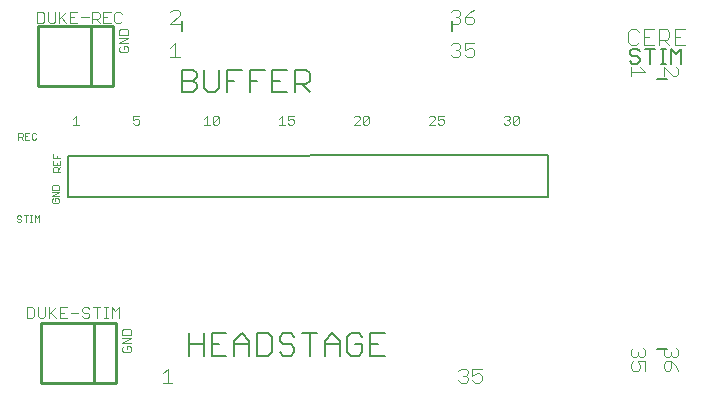
<source format=gto>
G75*
%MOIN*%
%OFA0B0*%
%FSLAX25Y25*%
%IPPOS*%
%LPD*%
%AMOC8*
5,1,8,0,0,1.08239X$1,22.5*
%
%ADD10C,0.00200*%
%ADD11C,0.00400*%
%ADD12C,0.00300*%
%ADD13C,0.01000*%
%ADD14C,0.00600*%
%ADD15C,0.00800*%
%ADD16C,0.00500*%
D10*
X0005865Y0060000D02*
X0005498Y0060367D01*
X0005865Y0060000D02*
X0006599Y0060000D01*
X0006966Y0060367D01*
X0006966Y0060734D01*
X0006599Y0061101D01*
X0005865Y0061101D01*
X0005498Y0061468D01*
X0005498Y0061835D01*
X0005865Y0062202D01*
X0006599Y0062202D01*
X0006966Y0061835D01*
X0007708Y0062202D02*
X0009176Y0062202D01*
X0008442Y0062202D02*
X0008442Y0060000D01*
X0009918Y0060000D02*
X0010652Y0060000D01*
X0010285Y0060000D02*
X0010285Y0062202D01*
X0009918Y0062202D02*
X0010652Y0062202D01*
X0011391Y0062202D02*
X0012125Y0061468D01*
X0012859Y0062202D01*
X0012859Y0060000D01*
X0011391Y0060000D02*
X0011391Y0062202D01*
X0017199Y0066767D02*
X0017566Y0066400D01*
X0019034Y0066400D01*
X0019401Y0066767D01*
X0019401Y0067501D01*
X0019034Y0067868D01*
X0018300Y0067868D01*
X0018300Y0067134D01*
X0017566Y0067868D02*
X0017199Y0067501D01*
X0017199Y0066767D01*
X0017199Y0068610D02*
X0019401Y0070078D01*
X0017199Y0070078D01*
X0017199Y0070820D02*
X0017199Y0071921D01*
X0017566Y0072288D01*
X0019034Y0072288D01*
X0019401Y0071921D01*
X0019401Y0070820D01*
X0017199Y0070820D01*
X0017199Y0068610D02*
X0019401Y0068610D01*
X0019067Y0076770D02*
X0019067Y0077871D01*
X0018700Y0078238D01*
X0017966Y0078238D01*
X0017599Y0077871D01*
X0017599Y0076770D01*
X0019801Y0076770D01*
X0019067Y0077504D02*
X0019801Y0078238D01*
X0019801Y0078980D02*
X0017599Y0078980D01*
X0017599Y0080448D01*
X0017599Y0081190D02*
X0017599Y0082658D01*
X0018700Y0081924D02*
X0018700Y0081190D01*
X0019801Y0081190D02*
X0017599Y0081190D01*
X0018700Y0079714D02*
X0018700Y0078980D01*
X0019801Y0078980D02*
X0019801Y0080448D01*
X0011859Y0087867D02*
X0011492Y0087500D01*
X0010758Y0087500D01*
X0010391Y0087867D01*
X0010391Y0089335D01*
X0010758Y0089702D01*
X0011492Y0089702D01*
X0011859Y0089335D01*
X0009649Y0089702D02*
X0008181Y0089702D01*
X0008181Y0087500D01*
X0009649Y0087500D01*
X0008915Y0088601D02*
X0008181Y0088601D01*
X0007439Y0088601D02*
X0007072Y0088234D01*
X0005971Y0088234D01*
X0005971Y0087500D02*
X0005971Y0089702D01*
X0007072Y0089702D01*
X0007439Y0089335D01*
X0007439Y0088601D01*
X0006705Y0088234D02*
X0007439Y0087500D01*
D11*
X0012201Y0126500D02*
X0014002Y0126500D01*
X0014603Y0127101D01*
X0014603Y0129503D01*
X0014002Y0130103D01*
X0012201Y0130103D01*
X0012201Y0126500D01*
X0015884Y0127101D02*
X0016484Y0126500D01*
X0017685Y0126500D01*
X0018286Y0127101D01*
X0018286Y0130103D01*
X0019567Y0130103D02*
X0019567Y0126500D01*
X0019567Y0127701D02*
X0021969Y0130103D01*
X0023250Y0130103D02*
X0023250Y0126500D01*
X0025652Y0126500D01*
X0024451Y0128302D02*
X0023250Y0128302D01*
X0023250Y0130103D02*
X0025652Y0130103D01*
X0026933Y0128302D02*
X0029335Y0128302D01*
X0030617Y0127701D02*
X0032418Y0127701D01*
X0033019Y0128302D01*
X0033019Y0129503D01*
X0032418Y0130103D01*
X0030617Y0130103D01*
X0030617Y0126500D01*
X0031818Y0127701D02*
X0033019Y0126500D01*
X0034300Y0126500D02*
X0036702Y0126500D01*
X0037983Y0127101D02*
X0038583Y0126500D01*
X0039784Y0126500D01*
X0040385Y0127101D01*
X0037983Y0127101D02*
X0037983Y0129503D01*
X0038583Y0130103D01*
X0039784Y0130103D01*
X0040385Y0129503D01*
X0036702Y0130103D02*
X0034300Y0130103D01*
X0034300Y0126500D01*
X0034300Y0128302D02*
X0035501Y0128302D01*
X0021969Y0126500D02*
X0020168Y0128302D01*
X0015884Y0127101D02*
X0015884Y0130103D01*
X0016146Y0031603D02*
X0016146Y0028000D01*
X0016146Y0029201D02*
X0018549Y0031603D01*
X0019830Y0031603D02*
X0019830Y0028000D01*
X0022232Y0028000D01*
X0021031Y0029802D02*
X0019830Y0029802D01*
X0018549Y0028000D02*
X0016747Y0029802D01*
X0014865Y0028601D02*
X0014265Y0028000D01*
X0013064Y0028000D01*
X0012463Y0028601D01*
X0012463Y0031603D01*
X0011182Y0031003D02*
X0010582Y0031603D01*
X0008780Y0031603D01*
X0008780Y0028000D01*
X0010582Y0028000D01*
X0011182Y0028601D01*
X0011182Y0031003D01*
X0014865Y0031603D02*
X0014865Y0028601D01*
X0019830Y0031603D02*
X0022232Y0031603D01*
X0023513Y0029802D02*
X0025915Y0029802D01*
X0027196Y0030402D02*
X0027796Y0029802D01*
X0028997Y0029802D01*
X0029598Y0029201D01*
X0029598Y0028601D01*
X0028997Y0028000D01*
X0027796Y0028000D01*
X0027196Y0028601D01*
X0027196Y0030402D02*
X0027196Y0031003D01*
X0027796Y0031603D01*
X0028997Y0031603D01*
X0029598Y0031003D01*
X0030879Y0031603D02*
X0033281Y0031603D01*
X0032080Y0031603D02*
X0032080Y0028000D01*
X0034562Y0028000D02*
X0035763Y0028000D01*
X0035163Y0028000D02*
X0035163Y0031603D01*
X0035763Y0031603D02*
X0034562Y0031603D01*
X0037018Y0031603D02*
X0038219Y0030402D01*
X0039420Y0031603D01*
X0039420Y0028000D01*
X0037018Y0028000D02*
X0037018Y0031603D01*
X0209201Y0119867D02*
X0210068Y0119000D01*
X0211803Y0119000D01*
X0212670Y0119867D01*
X0214357Y0119000D02*
X0217827Y0119000D01*
X0219514Y0119000D02*
X0219514Y0124204D01*
X0222116Y0124204D01*
X0222983Y0123337D01*
X0222983Y0121602D01*
X0222116Y0120735D01*
X0219514Y0120735D01*
X0221248Y0120735D02*
X0222983Y0119000D01*
X0224670Y0119000D02*
X0228140Y0119000D01*
X0226405Y0121602D02*
X0224670Y0121602D01*
X0224670Y0124204D02*
X0224670Y0119000D01*
X0224670Y0124204D02*
X0228140Y0124204D01*
X0217827Y0124204D02*
X0214357Y0124204D01*
X0214357Y0119000D01*
X0214357Y0121602D02*
X0216092Y0121602D01*
X0212670Y0123337D02*
X0211803Y0124204D01*
X0210068Y0124204D01*
X0209201Y0123337D01*
X0209201Y0119867D01*
D12*
X0210151Y0111650D02*
X0210151Y0108514D01*
X0210151Y0110082D02*
X0214855Y0110082D01*
X0213287Y0111650D01*
X0221151Y0111650D02*
X0221151Y0108514D01*
X0224287Y0108514D02*
X0225071Y0108514D01*
X0225855Y0109298D01*
X0225855Y0110866D01*
X0225071Y0111650D01*
X0224287Y0108514D02*
X0221151Y0111650D01*
X0172686Y0094869D02*
X0172686Y0092934D01*
X0172202Y0092450D01*
X0171235Y0092450D01*
X0170751Y0092934D01*
X0172686Y0094869D01*
X0172202Y0095352D01*
X0171235Y0095352D01*
X0170751Y0094869D01*
X0170751Y0092934D01*
X0169739Y0092934D02*
X0169256Y0092450D01*
X0168288Y0092450D01*
X0167804Y0092934D01*
X0168772Y0093901D02*
X0169256Y0093901D01*
X0169739Y0093417D01*
X0169739Y0092934D01*
X0169256Y0093901D02*
X0169739Y0094385D01*
X0169739Y0094869D01*
X0169256Y0095352D01*
X0168288Y0095352D01*
X0167804Y0094869D01*
X0147686Y0095352D02*
X0145751Y0095352D01*
X0145751Y0093901D01*
X0146718Y0094385D01*
X0147202Y0094385D01*
X0147686Y0093901D01*
X0147686Y0092934D01*
X0147202Y0092450D01*
X0146235Y0092450D01*
X0145751Y0092934D01*
X0144739Y0092450D02*
X0142804Y0092450D01*
X0144739Y0094385D01*
X0144739Y0094869D01*
X0144256Y0095352D01*
X0143288Y0095352D01*
X0142804Y0094869D01*
X0122686Y0094869D02*
X0122686Y0092934D01*
X0122202Y0092450D01*
X0121235Y0092450D01*
X0120751Y0092934D01*
X0122686Y0094869D01*
X0122202Y0095352D01*
X0121235Y0095352D01*
X0120751Y0094869D01*
X0120751Y0092934D01*
X0119739Y0092450D02*
X0117804Y0092450D01*
X0119739Y0094385D01*
X0119739Y0094869D01*
X0119256Y0095352D01*
X0118288Y0095352D01*
X0117804Y0094869D01*
X0097686Y0095352D02*
X0095751Y0095352D01*
X0095751Y0093901D01*
X0096718Y0094385D01*
X0097202Y0094385D01*
X0097686Y0093901D01*
X0097686Y0092934D01*
X0097202Y0092450D01*
X0096235Y0092450D01*
X0095751Y0092934D01*
X0094739Y0092450D02*
X0092804Y0092450D01*
X0093772Y0092450D02*
X0093772Y0095352D01*
X0092804Y0094385D01*
X0072686Y0094869D02*
X0072686Y0092934D01*
X0072202Y0092450D01*
X0071235Y0092450D01*
X0070751Y0092934D01*
X0072686Y0094869D01*
X0072202Y0095352D01*
X0071235Y0095352D01*
X0070751Y0094869D01*
X0070751Y0092934D01*
X0069739Y0092450D02*
X0067804Y0092450D01*
X0068772Y0092450D02*
X0068772Y0095352D01*
X0067804Y0094385D01*
X0046239Y0093901D02*
X0046239Y0092934D01*
X0045756Y0092450D01*
X0044788Y0092450D01*
X0044304Y0092934D01*
X0044304Y0093901D02*
X0045272Y0094385D01*
X0045756Y0094385D01*
X0046239Y0093901D01*
X0046239Y0095352D02*
X0044304Y0095352D01*
X0044304Y0093901D01*
X0026239Y0092450D02*
X0024304Y0092450D01*
X0025272Y0092450D02*
X0025272Y0095352D01*
X0024304Y0094385D01*
X0056651Y0114950D02*
X0059787Y0114950D01*
X0058219Y0114950D02*
X0058219Y0119654D01*
X0056651Y0118086D01*
X0056651Y0125950D02*
X0059787Y0129086D01*
X0059787Y0129870D01*
X0059003Y0130654D01*
X0057435Y0130654D01*
X0056651Y0129870D01*
X0056651Y0125950D02*
X0059787Y0125950D01*
X0042551Y0123955D02*
X0042551Y0122503D01*
X0039648Y0122503D01*
X0039648Y0123955D01*
X0040132Y0124438D01*
X0042067Y0124438D01*
X0042551Y0123955D01*
X0042551Y0121492D02*
X0039648Y0121492D01*
X0039648Y0119557D02*
X0042551Y0121492D01*
X0042551Y0119557D02*
X0039648Y0119557D01*
X0040132Y0118545D02*
X0039648Y0118062D01*
X0039648Y0117094D01*
X0040132Y0116610D01*
X0042067Y0116610D01*
X0042551Y0117094D01*
X0042551Y0118062D01*
X0042067Y0118545D01*
X0041100Y0118545D01*
X0041100Y0117578D01*
X0150151Y0118870D02*
X0150935Y0119654D01*
X0152503Y0119654D01*
X0153287Y0118870D01*
X0153287Y0118086D01*
X0152503Y0117302D01*
X0153287Y0116518D01*
X0153287Y0115734D01*
X0152503Y0114950D01*
X0150935Y0114950D01*
X0150151Y0115734D01*
X0151719Y0117302D02*
X0152503Y0117302D01*
X0154755Y0117302D02*
X0156323Y0118086D01*
X0157107Y0118086D01*
X0157891Y0117302D01*
X0157891Y0115734D01*
X0157107Y0114950D01*
X0155539Y0114950D01*
X0154755Y0115734D01*
X0154755Y0117302D02*
X0154755Y0119654D01*
X0157891Y0119654D01*
X0157107Y0125950D02*
X0155539Y0125950D01*
X0154755Y0126734D01*
X0154755Y0128302D01*
X0157107Y0128302D01*
X0157891Y0127518D01*
X0157891Y0126734D01*
X0157107Y0125950D01*
X0154755Y0128302D02*
X0156323Y0129870D01*
X0157891Y0130654D01*
X0153287Y0129870D02*
X0153287Y0129086D01*
X0152503Y0128302D01*
X0153287Y0127518D01*
X0153287Y0126734D01*
X0152503Y0125950D01*
X0150935Y0125950D01*
X0150151Y0126734D01*
X0151719Y0128302D02*
X0152503Y0128302D01*
X0153287Y0129870D02*
X0152503Y0130654D01*
X0150935Y0130654D01*
X0150151Y0129870D01*
X0043551Y0023955D02*
X0043067Y0024438D01*
X0041132Y0024438D01*
X0040648Y0023955D01*
X0040648Y0022503D01*
X0043551Y0022503D01*
X0043551Y0023955D01*
X0043551Y0021492D02*
X0040648Y0021492D01*
X0040648Y0019557D02*
X0043551Y0021492D01*
X0043551Y0019557D02*
X0040648Y0019557D01*
X0041132Y0018545D02*
X0040648Y0018062D01*
X0040648Y0017094D01*
X0041132Y0016610D01*
X0043067Y0016610D01*
X0043551Y0017094D01*
X0043551Y0018062D01*
X0043067Y0018545D01*
X0042100Y0018545D01*
X0042100Y0017578D01*
X0054151Y0009586D02*
X0055719Y0011154D01*
X0055719Y0006450D01*
X0054151Y0006450D02*
X0057287Y0006450D01*
X0152651Y0007234D02*
X0153435Y0006450D01*
X0155003Y0006450D01*
X0155787Y0007234D01*
X0155787Y0008018D01*
X0155003Y0008802D01*
X0154219Y0008802D01*
X0155003Y0008802D02*
X0155787Y0009586D01*
X0155787Y0010370D01*
X0155003Y0011154D01*
X0153435Y0011154D01*
X0152651Y0010370D01*
X0157255Y0011154D02*
X0157255Y0008802D01*
X0158823Y0009586D01*
X0159607Y0009586D01*
X0160391Y0008802D01*
X0160391Y0007234D01*
X0159607Y0006450D01*
X0158039Y0006450D01*
X0157255Y0007234D01*
X0157255Y0011154D02*
X0160391Y0011154D01*
X0210151Y0011194D02*
X0210935Y0010410D01*
X0212503Y0010410D01*
X0213287Y0011194D01*
X0213287Y0011978D01*
X0212503Y0013546D01*
X0214855Y0013546D01*
X0214855Y0010410D01*
X0210151Y0011194D02*
X0210151Y0012762D01*
X0210935Y0013546D01*
X0210935Y0015014D02*
X0210151Y0015798D01*
X0210151Y0017366D01*
X0210935Y0018150D01*
X0212503Y0016582D02*
X0212503Y0015798D01*
X0211719Y0015014D01*
X0210935Y0015014D01*
X0212503Y0015798D02*
X0213287Y0015014D01*
X0214071Y0015014D01*
X0214855Y0015798D01*
X0214855Y0017366D01*
X0214071Y0018150D01*
X0221151Y0017366D02*
X0221151Y0015798D01*
X0221935Y0015014D01*
X0222719Y0015014D01*
X0223503Y0015798D01*
X0223503Y0016582D01*
X0223503Y0015798D02*
X0224287Y0015014D01*
X0225071Y0015014D01*
X0225855Y0015798D01*
X0225855Y0017366D01*
X0225071Y0018150D01*
X0221935Y0018150D02*
X0221151Y0017366D01*
X0221935Y0013546D02*
X0221151Y0012762D01*
X0221151Y0011194D01*
X0221935Y0010410D01*
X0222719Y0010410D01*
X0223503Y0011194D01*
X0223503Y0013546D01*
X0221935Y0013546D01*
X0223503Y0013546D02*
X0225071Y0011978D01*
X0225855Y0010410D01*
D13*
X0013501Y0006300D02*
X0013501Y0026300D01*
X0031001Y0026300D01*
X0031001Y0006300D01*
X0013501Y0006300D01*
X0031001Y0006300D02*
X0038501Y0006300D01*
X0038501Y0026300D01*
X0031001Y0026300D01*
X0030001Y0105300D02*
X0012501Y0105300D01*
X0012501Y0125300D01*
X0030001Y0125300D01*
X0030001Y0105300D01*
X0037501Y0105300D01*
X0037501Y0125300D01*
X0030001Y0125300D01*
D14*
X0060501Y0127000D02*
X0060501Y0123600D01*
X0022501Y0082100D02*
X0182401Y0082300D01*
X0218801Y0107800D02*
X0222201Y0107800D01*
X0221782Y0112800D02*
X0220114Y0112800D01*
X0220948Y0112800D02*
X0220948Y0117804D01*
X0220114Y0117804D02*
X0221782Y0117804D01*
X0223551Y0117804D02*
X0225219Y0116136D01*
X0226887Y0117804D01*
X0226887Y0112800D01*
X0223551Y0112800D02*
X0223551Y0117804D01*
X0218293Y0117804D02*
X0214957Y0117804D01*
X0216625Y0117804D02*
X0216625Y0112800D01*
X0213137Y0113634D02*
X0212303Y0112800D01*
X0210635Y0112800D01*
X0209801Y0113634D01*
X0210635Y0115302D02*
X0212303Y0115302D01*
X0213137Y0114468D01*
X0213137Y0113634D01*
X0210635Y0115302D02*
X0209801Y0116136D01*
X0209801Y0116970D01*
X0210635Y0117804D01*
X0212303Y0117804D01*
X0213137Y0116970D01*
X0150501Y0123600D02*
X0150501Y0127000D01*
X0022501Y0082100D02*
X0022501Y0068500D01*
X0022501Y0073600D02*
X0022501Y0077000D01*
X0218801Y0017800D02*
X0222201Y0017800D01*
D15*
X0128142Y0015500D02*
X0123204Y0015500D01*
X0123204Y0022906D01*
X0128142Y0022906D01*
X0125673Y0019203D02*
X0123204Y0019203D01*
X0120591Y0019203D02*
X0118123Y0019203D01*
X0120591Y0019203D02*
X0120591Y0016734D01*
X0119357Y0015500D01*
X0116888Y0015500D01*
X0115654Y0016734D01*
X0115654Y0021672D01*
X0116888Y0022906D01*
X0119357Y0022906D01*
X0120591Y0021672D01*
X0113041Y0020438D02*
X0113041Y0015500D01*
X0108103Y0015500D02*
X0108103Y0020438D01*
X0110572Y0022906D01*
X0113041Y0020438D01*
X0113041Y0019203D02*
X0108103Y0019203D01*
X0105491Y0022906D02*
X0100553Y0022906D01*
X0103022Y0022906D02*
X0103022Y0015500D01*
X0097940Y0016734D02*
X0097940Y0017969D01*
X0096706Y0019203D01*
X0094237Y0019203D01*
X0093003Y0020438D01*
X0093003Y0021672D01*
X0094237Y0022906D01*
X0096706Y0022906D01*
X0097940Y0021672D01*
X0097940Y0016734D02*
X0096706Y0015500D01*
X0094237Y0015500D01*
X0093003Y0016734D01*
X0090390Y0016734D02*
X0089155Y0015500D01*
X0085452Y0015500D01*
X0085452Y0022906D01*
X0089155Y0022906D01*
X0090390Y0021672D01*
X0090390Y0016734D01*
X0082839Y0015500D02*
X0082839Y0020438D01*
X0080370Y0022906D01*
X0077902Y0020438D01*
X0077902Y0015500D01*
X0075289Y0015500D02*
X0070351Y0015500D01*
X0070351Y0022906D01*
X0075289Y0022906D01*
X0072820Y0019203D02*
X0070351Y0019203D01*
X0067738Y0019203D02*
X0062801Y0019203D01*
X0062801Y0015500D02*
X0062801Y0022906D01*
X0067738Y0022906D02*
X0067738Y0015500D01*
X0077902Y0019203D02*
X0082839Y0019203D01*
X0083052Y0103400D02*
X0083052Y0110806D01*
X0087990Y0110806D01*
X0090603Y0110806D02*
X0090603Y0103400D01*
X0095540Y0103400D01*
X0098153Y0103400D02*
X0098153Y0110806D01*
X0101856Y0110806D01*
X0103091Y0109572D01*
X0103091Y0107103D01*
X0101856Y0105869D01*
X0098153Y0105869D01*
X0100622Y0105869D02*
X0103091Y0103400D01*
X0093071Y0107103D02*
X0090603Y0107103D01*
X0085521Y0107103D02*
X0083052Y0107103D01*
X0077970Y0107103D02*
X0075502Y0107103D01*
X0072889Y0104634D02*
X0072889Y0110806D01*
X0075502Y0110806D02*
X0080439Y0110806D01*
X0075502Y0110806D02*
X0075502Y0103400D01*
X0072889Y0104634D02*
X0071654Y0103400D01*
X0069186Y0103400D01*
X0067951Y0104634D01*
X0067951Y0110806D01*
X0065338Y0109572D02*
X0065338Y0108338D01*
X0064104Y0107103D01*
X0060401Y0107103D01*
X0064104Y0107103D02*
X0065338Y0105869D01*
X0065338Y0104634D01*
X0064104Y0103400D01*
X0060401Y0103400D01*
X0060401Y0110806D01*
X0064104Y0110806D01*
X0065338Y0109572D01*
X0090603Y0110806D02*
X0095540Y0110806D01*
D16*
X0022501Y0068300D02*
X0182501Y0068300D01*
X0182501Y0082400D01*
M02*

</source>
